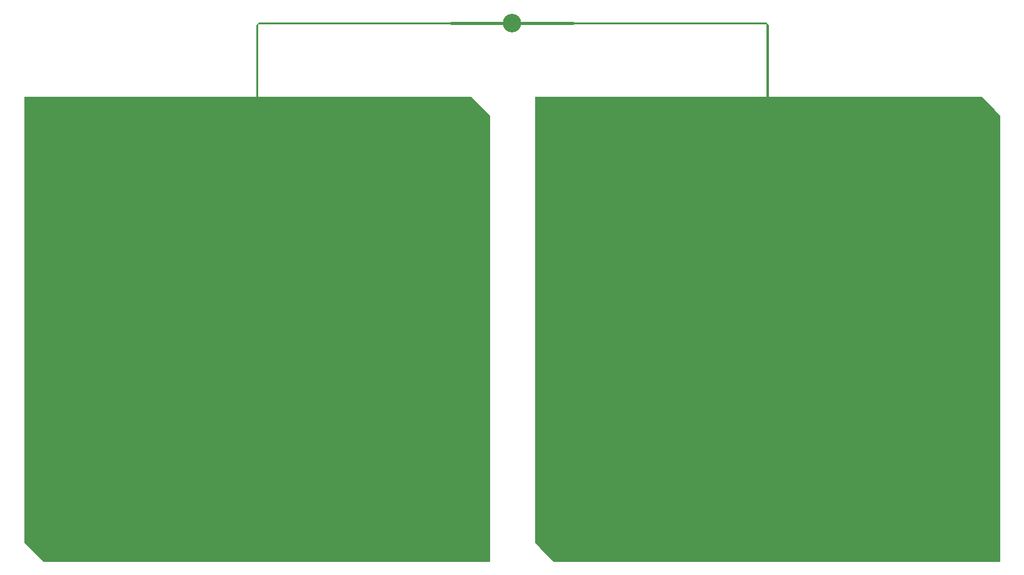
<source format=gtl>
G04 #@! TF.GenerationSoftware,KiCad,Pcbnew,no-vcs-found-7520~57~ubuntu14.04.1*
G04 #@! TF.CreationDate,2017-01-27T05:30:25+00:00*
G04 #@! TF.ProjectId,dart_gps,646172745F6770732E6B696361645F70,rev?*
G04 #@! TF.FileFunction,Copper,L1,Top,Signal*
G04 #@! TF.FilePolarity,Positive*
%FSLAX46Y46*%
G04 Gerber Fmt 4.6, Leading zero omitted, Abs format (unit mm)*
G04 Created by KiCad (PCBNEW no-vcs-found-7520~57~ubuntu14.04.1) date Fri Jan 27 05:30:25 2017*
%MOMM*%
%LPD*%
G01*
G04 APERTURE LIST*
%ADD10C,0.100000*%
%ADD11C,2.500000*%
%ADD12C,0.050000*%
G04 APERTURE END LIST*
D10*
D11*
X89115000Y-177500000D03*
D12*
G36*
X89590000Y-177276000D02*
X89590480Y-177280877D01*
X89591903Y-177285567D01*
X89594213Y-177289889D01*
X89597322Y-177293678D01*
X89601111Y-177296787D01*
X89605433Y-177299097D01*
X89610123Y-177300520D01*
X89615000Y-177301000D01*
X97407600Y-177301000D01*
X97407600Y-177362500D01*
X97408080Y-177367377D01*
X97409503Y-177372067D01*
X97411813Y-177376389D01*
X97414922Y-177380178D01*
X97418711Y-177383287D01*
X97423033Y-177385597D01*
X97427723Y-177387020D01*
X97432600Y-177387500D01*
X123434747Y-177387500D01*
X123785100Y-177737757D01*
X123785100Y-187500000D01*
X123785580Y-187504877D01*
X123787003Y-187509567D01*
X123789313Y-187513889D01*
X123792422Y-187517678D01*
X123796211Y-187520787D01*
X123800533Y-187523097D01*
X123805223Y-187524520D01*
X123810100Y-187525000D01*
X152662244Y-187525000D01*
X155147600Y-190010356D01*
X155147600Y-250475000D01*
X94682956Y-250475000D01*
X92197600Y-247989644D01*
X92197600Y-187525000D01*
X123535100Y-187525000D01*
X123539977Y-187524520D01*
X123544667Y-187523097D01*
X123548989Y-187520787D01*
X123552778Y-187517678D01*
X123555887Y-187513889D01*
X123558197Y-187509567D01*
X123559620Y-187504877D01*
X123560100Y-187500000D01*
X123560100Y-177637500D01*
X123559620Y-177632623D01*
X123558197Y-177627933D01*
X123555887Y-177623611D01*
X123552778Y-177619822D01*
X123548989Y-177616713D01*
X123544667Y-177614403D01*
X123539977Y-177612980D01*
X123535100Y-177612500D01*
X97432600Y-177612500D01*
X97427723Y-177612980D01*
X97423033Y-177614403D01*
X97418711Y-177616713D01*
X97414922Y-177619822D01*
X97411813Y-177623611D01*
X97409503Y-177627933D01*
X97408080Y-177632623D01*
X97407600Y-177637500D01*
X97407600Y-177699000D01*
X89615000Y-177699000D01*
X89610123Y-177699480D01*
X89605433Y-177700903D01*
X89601111Y-177703213D01*
X89597322Y-177706322D01*
X89594213Y-177710111D01*
X89591903Y-177714433D01*
X89590480Y-177719123D01*
X89590000Y-177724000D01*
X89590000Y-177975000D01*
X88640000Y-177975000D01*
X88640000Y-177724000D01*
X88639520Y-177719123D01*
X88638097Y-177714433D01*
X88635787Y-177710111D01*
X88632678Y-177706322D01*
X88628889Y-177703213D01*
X88624567Y-177700903D01*
X88619877Y-177699480D01*
X88615000Y-177699000D01*
X80822500Y-177699000D01*
X80822500Y-177637500D01*
X80822020Y-177632623D01*
X80820597Y-177627933D01*
X80818287Y-177623611D01*
X80815178Y-177619822D01*
X80811389Y-177616713D01*
X80807067Y-177614403D01*
X80802377Y-177612980D01*
X80797500Y-177612500D01*
X54695000Y-177612500D01*
X54690123Y-177612980D01*
X54685433Y-177614403D01*
X54681111Y-177616713D01*
X54677322Y-177619822D01*
X54674213Y-177623611D01*
X54671903Y-177627933D01*
X54670480Y-177632623D01*
X54670000Y-177637500D01*
X54670000Y-187500000D01*
X54670480Y-187504877D01*
X54671903Y-187509567D01*
X54674213Y-187513889D01*
X54677322Y-187517678D01*
X54681111Y-187520787D01*
X54685433Y-187523097D01*
X54690123Y-187524520D01*
X54695000Y-187525000D01*
X83547144Y-187525000D01*
X86032500Y-190010356D01*
X86032500Y-250475000D01*
X25567856Y-250475000D01*
X23082500Y-247989644D01*
X23082500Y-187525000D01*
X54420000Y-187525000D01*
X54424877Y-187524520D01*
X54429567Y-187523097D01*
X54433889Y-187520787D01*
X54437678Y-187517678D01*
X54440787Y-187513889D01*
X54443097Y-187509567D01*
X54444520Y-187504877D01*
X54445000Y-187500000D01*
X54445000Y-177737756D01*
X54795256Y-177387500D01*
X80797500Y-177387500D01*
X80802377Y-177387020D01*
X80807067Y-177385597D01*
X80811389Y-177383287D01*
X80815178Y-177380178D01*
X80818287Y-177376389D01*
X80820597Y-177372067D01*
X80822020Y-177367377D01*
X80822500Y-177362500D01*
X80822500Y-177301000D01*
X88615000Y-177301000D01*
X88619877Y-177300520D01*
X88624567Y-177299097D01*
X88628889Y-177296787D01*
X88632678Y-177293678D01*
X88635787Y-177289889D01*
X88638097Y-177285567D01*
X88639520Y-177280877D01*
X88640000Y-177276000D01*
X88640000Y-177025000D01*
X89590000Y-177025000D01*
X89590000Y-177276000D01*
X89590000Y-177276000D01*
G37*
X89590000Y-177276000D02*
X89590480Y-177280877D01*
X89591903Y-177285567D01*
X89594213Y-177289889D01*
X89597322Y-177293678D01*
X89601111Y-177296787D01*
X89605433Y-177299097D01*
X89610123Y-177300520D01*
X89615000Y-177301000D01*
X97407600Y-177301000D01*
X97407600Y-177362500D01*
X97408080Y-177367377D01*
X97409503Y-177372067D01*
X97411813Y-177376389D01*
X97414922Y-177380178D01*
X97418711Y-177383287D01*
X97423033Y-177385597D01*
X97427723Y-177387020D01*
X97432600Y-177387500D01*
X123434747Y-177387500D01*
X123785100Y-177737757D01*
X123785100Y-187500000D01*
X123785580Y-187504877D01*
X123787003Y-187509567D01*
X123789313Y-187513889D01*
X123792422Y-187517678D01*
X123796211Y-187520787D01*
X123800533Y-187523097D01*
X123805223Y-187524520D01*
X123810100Y-187525000D01*
X152662244Y-187525000D01*
X155147600Y-190010356D01*
X155147600Y-250475000D01*
X94682956Y-250475000D01*
X92197600Y-247989644D01*
X92197600Y-187525000D01*
X123535100Y-187525000D01*
X123539977Y-187524520D01*
X123544667Y-187523097D01*
X123548989Y-187520787D01*
X123552778Y-187517678D01*
X123555887Y-187513889D01*
X123558197Y-187509567D01*
X123559620Y-187504877D01*
X123560100Y-187500000D01*
X123560100Y-177637500D01*
X123559620Y-177632623D01*
X123558197Y-177627933D01*
X123555887Y-177623611D01*
X123552778Y-177619822D01*
X123548989Y-177616713D01*
X123544667Y-177614403D01*
X123539977Y-177612980D01*
X123535100Y-177612500D01*
X97432600Y-177612500D01*
X97427723Y-177612980D01*
X97423033Y-177614403D01*
X97418711Y-177616713D01*
X97414922Y-177619822D01*
X97411813Y-177623611D01*
X97409503Y-177627933D01*
X97408080Y-177632623D01*
X97407600Y-177637500D01*
X97407600Y-177699000D01*
X89615000Y-177699000D01*
X89610123Y-177699480D01*
X89605433Y-177700903D01*
X89601111Y-177703213D01*
X89597322Y-177706322D01*
X89594213Y-177710111D01*
X89591903Y-177714433D01*
X89590480Y-177719123D01*
X89590000Y-177724000D01*
X89590000Y-177975000D01*
X88640000Y-177975000D01*
X88640000Y-177724000D01*
X88639520Y-177719123D01*
X88638097Y-177714433D01*
X88635787Y-177710111D01*
X88632678Y-177706322D01*
X88628889Y-177703213D01*
X88624567Y-177700903D01*
X88619877Y-177699480D01*
X88615000Y-177699000D01*
X80822500Y-177699000D01*
X80822500Y-177637500D01*
X80822020Y-177632623D01*
X80820597Y-177627933D01*
X80818287Y-177623611D01*
X80815178Y-177619822D01*
X80811389Y-177616713D01*
X80807067Y-177614403D01*
X80802377Y-177612980D01*
X80797500Y-177612500D01*
X54695000Y-177612500D01*
X54690123Y-177612980D01*
X54685433Y-177614403D01*
X54681111Y-177616713D01*
X54677322Y-177619822D01*
X54674213Y-177623611D01*
X54671903Y-177627933D01*
X54670480Y-177632623D01*
X54670000Y-177637500D01*
X54670000Y-187500000D01*
X54670480Y-187504877D01*
X54671903Y-187509567D01*
X54674213Y-187513889D01*
X54677322Y-187517678D01*
X54681111Y-187520787D01*
X54685433Y-187523097D01*
X54690123Y-187524520D01*
X54695000Y-187525000D01*
X83547144Y-187525000D01*
X86032500Y-190010356D01*
X86032500Y-250475000D01*
X25567856Y-250475000D01*
X23082500Y-247989644D01*
X23082500Y-187525000D01*
X54420000Y-187525000D01*
X54424877Y-187524520D01*
X54429567Y-187523097D01*
X54433889Y-187520787D01*
X54437678Y-187517678D01*
X54440787Y-187513889D01*
X54443097Y-187509567D01*
X54444520Y-187504877D01*
X54445000Y-187500000D01*
X54445000Y-177737756D01*
X54795256Y-177387500D01*
X80797500Y-177387500D01*
X80802377Y-177387020D01*
X80807067Y-177385597D01*
X80811389Y-177383287D01*
X80815178Y-177380178D01*
X80818287Y-177376389D01*
X80820597Y-177372067D01*
X80822020Y-177367377D01*
X80822500Y-177362500D01*
X80822500Y-177301000D01*
X88615000Y-177301000D01*
X88619877Y-177300520D01*
X88624567Y-177299097D01*
X88628889Y-177296787D01*
X88632678Y-177293678D01*
X88635787Y-177289889D01*
X88638097Y-177285567D01*
X88639520Y-177280877D01*
X88640000Y-177276000D01*
X88640000Y-177025000D01*
X89590000Y-177025000D01*
X89590000Y-177276000D01*
M02*

</source>
